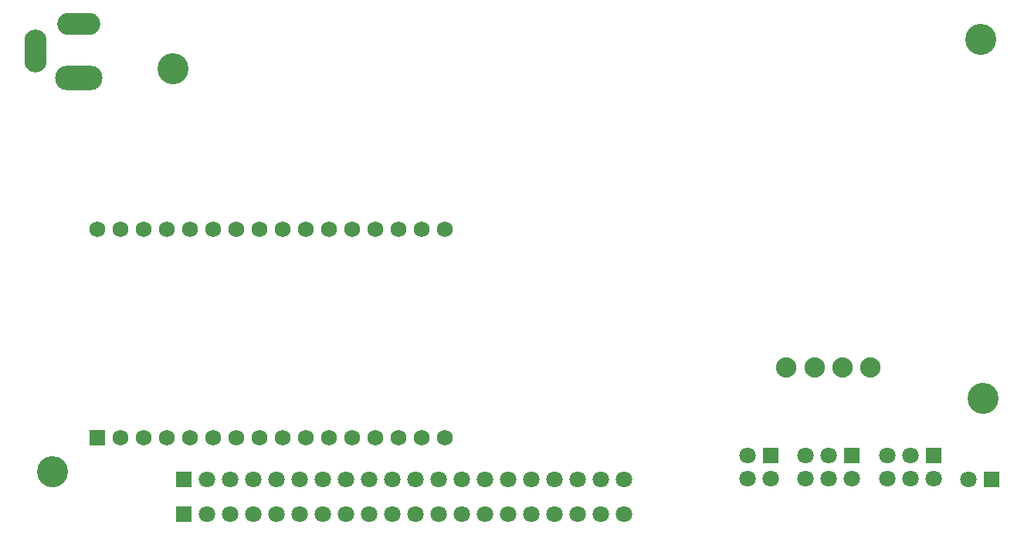
<source format=gbs>
G04*
G04 #@! TF.GenerationSoftware,Altium Limited,Altium Designer,24.4.1 (13)*
G04*
G04 Layer_Color=16711935*
%FSLAX25Y25*%
%MOIN*%
G70*
G04*
G04 #@! TF.SameCoordinates,DFA012FA-E2B2-4B6A-99E0-2456AF4758C4*
G04*
G04*
G04 #@! TF.FilePolarity,Negative*
G04*
G01*
G75*
%ADD30C,0.08800*%
%ADD31C,0.06800*%
%ADD32R,0.06800X0.06800*%
%ADD33C,0.07119*%
%ADD34R,0.07119X0.07119*%
%ADD35O,0.09658X0.18517*%
%ADD36O,0.18517X0.09658*%
%ADD37O,0.20485X0.10642*%
%ADD38C,0.13398*%
D30*
X332000Y78500D02*
D03*
X344500D02*
D03*
X356500D02*
D03*
X368500D02*
D03*
D31*
X184646Y137878D02*
D03*
Y47878D02*
D03*
X174646Y137878D02*
D03*
Y47878D02*
D03*
X164646Y137878D02*
D03*
Y47878D02*
D03*
X154646Y137878D02*
D03*
Y47878D02*
D03*
X144646Y137878D02*
D03*
Y47878D02*
D03*
X134646Y137878D02*
D03*
Y47878D02*
D03*
X124646Y137878D02*
D03*
Y47878D02*
D03*
X114646Y137878D02*
D03*
Y47878D02*
D03*
X104646Y137878D02*
D03*
Y47878D02*
D03*
X94646Y137878D02*
D03*
Y47878D02*
D03*
X84646Y137878D02*
D03*
Y47878D02*
D03*
X74646Y137878D02*
D03*
Y47878D02*
D03*
X64646Y137878D02*
D03*
Y47878D02*
D03*
X54646Y137878D02*
D03*
Y47878D02*
D03*
X44646Y137878D02*
D03*
Y47878D02*
D03*
X34646Y137878D02*
D03*
D32*
Y47878D02*
D03*
D33*
X101981Y15098D02*
D03*
X81981D02*
D03*
X91981D02*
D03*
X111981D02*
D03*
X121981D02*
D03*
X131981D02*
D03*
X141981D02*
D03*
X151981D02*
D03*
X161981D02*
D03*
X171981D02*
D03*
X181981D02*
D03*
X191981D02*
D03*
X201981D02*
D03*
X211981D02*
D03*
X221981D02*
D03*
X231981D02*
D03*
X241981D02*
D03*
X251981D02*
D03*
X261981D02*
D03*
X102000Y30000D02*
D03*
X82000D02*
D03*
X92000D02*
D03*
X112000D02*
D03*
X122000D02*
D03*
X132000D02*
D03*
X142000D02*
D03*
X152000D02*
D03*
X162000D02*
D03*
X172000D02*
D03*
X182000D02*
D03*
X192000D02*
D03*
X202000D02*
D03*
X212000D02*
D03*
X222000D02*
D03*
X232000D02*
D03*
X242000D02*
D03*
X252000D02*
D03*
X262000D02*
D03*
X410748Y30161D02*
D03*
X375672Y30279D02*
D03*
Y40279D02*
D03*
X385672Y30279D02*
D03*
Y40279D02*
D03*
X395672Y30279D02*
D03*
X340596Y30398D02*
D03*
Y40398D02*
D03*
X350596Y30398D02*
D03*
Y40398D02*
D03*
X360596Y30398D02*
D03*
X325521Y30279D02*
D03*
X315521Y40279D02*
D03*
Y30279D02*
D03*
D34*
X71981Y15098D02*
D03*
X72000Y30000D02*
D03*
X420748Y30161D02*
D03*
X395672Y40279D02*
D03*
X360596Y40398D02*
D03*
X325521Y40279D02*
D03*
D35*
X8150Y215043D02*
D03*
D36*
X26654Y226854D02*
D03*
D37*
Y203232D02*
D03*
D38*
X416000Y220000D02*
D03*
X417000Y65000D02*
D03*
X15500Y33500D02*
D03*
X67500Y207500D02*
D03*
M02*

</source>
